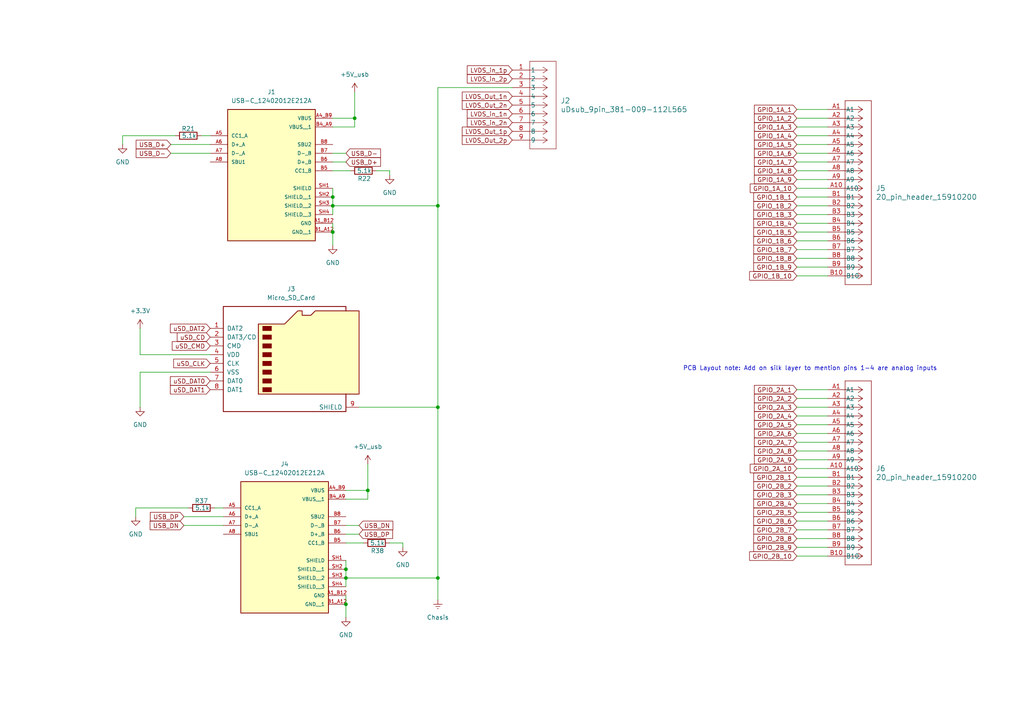
<source format=kicad_sch>
(kicad_sch (version 20231120) (generator "eeschema") (generator_version "8.0")
  (paper "A4")
  (lib_symbols
    (symbol "Connector:Micro_SD_Card" (pin_names (offset 1.016))
      (property "Reference" "J" (at -16.51 15.24 0))
      (property "Value" "Micro_SD_Card" (at 16.51 15.24 0))
      (symbol "Micro_SD_Card_0_1"
        (rectangle (start -7.62 -9.525) (end -5.08 -10.795) (fill (type outline)))
        (rectangle (start -7.62 -6.985) (end -5.08 -8.255) (fill (type outline)))
        (rectangle (start -7.62 -4.445) (end -5.08 -5.715) (fill (type outline)))
        (rectangle (start -7.62 -1.905) (end -5.08 -3.175) (fill (type outline)))
        (rectangle (start -7.62 0.635) (end -5.08 -0.635) (fill (type outline)))
        (rectangle (start -7.62 3.175) (end -5.08 1.905) (fill (type outline)))
        (rectangle (start -7.62 5.715) (end -5.08 4.445) (fill (type outline)))
        (rectangle (start -7.62 8.255) (end -5.08 6.985) (fill (type outline)))
        (polyline (pts (xy 16.51 12.7) (xy 16.51 13.97) (xy -19.05 13.97) (xy -19.05 -16.51) (xy 16.51 -16.51) (xy 16.51 -11.43)) (stroke (width 0.254)))
        (polyline (pts (xy -8.89 -11.43) (xy -8.89 8.89) (xy -1.27 8.89) (xy 2.54 12.7) (xy 3.81 12.7) (xy 3.81 11.43) (xy 6.35 11.43) (xy 7.62 12.7) (xy 20.32 12.7) (xy 20.32 -11.43) (xy -8.89 -11.43)) (stroke (width 0.254)) (fill (type background)))
      )
      (symbol "Micro_SD_Card_1_1"
        (pin bidirectional line (at -22.86 7.62 0) (length 3.81) (name "DAT2") (number "1"))
        (pin bidirectional line (at -22.86 5.08 0) (length 3.81) (name "DAT3/CD") (number "2"))
        (pin input line (at -22.86 2.54 0) (length 3.81) (name "CMD") (number "3"))
        (pin power_in line (at -22.86 0 0) (length 3.81) (name "VDD") (number "4"))
        (pin input line (at -22.86 -2.54 0) (length 3.81) (name "CLK") (number "5"))
        (pin power_in line (at -22.86 -5.08 0) (length 3.81) (name "VSS") (number "6"))
        (pin bidirectional line (at -22.86 -7.62 0) (length 3.81) (name "DAT0") (number "7"))
        (pin bidirectional line (at -22.86 -10.16 0) (length 3.81) (name "DAT1") (number "8"))
        (pin passive line (at 20.32 -15.24 180) (length 3.81) (name "SHIELD") (number "9"))
      )
    )
    (symbol "Device:R" (pin_numbers hide) (pin_names (offset 0))
      (property "Reference" "R" (at 2.032 0 90))
      (property "Value" "R" (at 0 0 90))
      (symbol "R_0_1"
        (rectangle (start -1.016 -2.54) (end 1.016 2.54) (stroke (width 0.254)))
      )
      (symbol "R_1_1"
        (pin passive line (at 0 3.81 270) (length 1.27) (name "~") (number "1"))
        (pin passive line (at 0 -3.81 90) (length 1.27) (name "~") (number "2"))
      )
    )
    (symbol "Symbol_Library:20_pin_header_15910200" (pin_names (offset 0.254))
      (property "Reference" "J" (at 8.89 6.35 0))
      (property "Value" "20_pin_header_15910200" (at 1.27 6.858 0))
      (symbol "20_pin_header_15910200_1_1"
        (polyline (pts (xy 5.08 -50.8) (xy 12.7 -50.8)))
        (polyline (pts (xy 5.08 2.54) (xy 5.08 -50.8)))
        (polyline (pts (xy 10.16 -48.26) (xy 5.08 -48.26)))
        (polyline (pts (xy 10.16 -48.26) (xy 8.89 -49.1067)))
        (polyline (pts (xy 10.16 -48.26) (xy 8.89 -47.4133)))
        (polyline (pts (xy 10.16 -45.72) (xy 5.08 -45.72)))
        (polyline (pts (xy 10.16 -45.72) (xy 8.89 -46.5667)))
        (polyline (pts (xy 10.16 -45.72) (xy 8.89 -44.8733)))
        (polyline (pts (xy 10.16 -43.18) (xy 5.08 -43.18)))
        (polyline (pts (xy 10.16 -43.18) (xy 8.89 -44.0267)))
        (polyline (pts (xy 10.16 -43.18) (xy 8.89 -42.3333)))
        (polyline (pts (xy 10.16 -40.64) (xy 5.08 -40.64)))
        (polyline (pts (xy 10.16 -40.64) (xy 8.89 -41.4867)))
        (polyline (pts (xy 10.16 -40.64) (xy 8.89 -39.7933)))
        (polyline (pts (xy 10.16 -38.1) (xy 5.08 -38.1)))
        (polyline (pts (xy 10.16 -38.1) (xy 8.89 -38.9467)))
        (polyline (pts (xy 10.16 -38.1) (xy 8.89 -37.2533)))
        (polyline (pts (xy 10.16 -35.56) (xy 5.08 -35.56)))
        (polyline (pts (xy 10.16 -35.56) (xy 8.89 -36.4067)))
        (polyline (pts (xy 10.16 -35.56) (xy 8.89 -34.7133)))
        (polyline (pts (xy 10.16 -33.02) (xy 5.08 -33.02)))
        (polyline (pts (xy 10.16 -33.02) (xy 8.89 -33.8667)))
        (polyline (pts (xy 10.16 -33.02) (xy 8.89 -32.1733)))
        (polyline (pts (xy 10.16 -30.48) (xy 5.08 -30.48)))
        (polyline (pts (xy 10.16 -30.48) (xy 8.89 -31.3267)))
        (polyline (pts (xy 10.16 -30.48) (xy 8.89 -29.6333)))
        (polyline (pts (xy 10.16 -27.94) (xy 5.08 -27.94)))
        (polyline (pts (xy 10.16 -27.94) (xy 8.89 -28.7867)))
        (polyline (pts (xy 10.16 -27.94) (xy 8.89 -27.0933)))
        (polyline (pts (xy 10.16 -25.4) (xy 5.08 -25.4)))
        (polyline (pts (xy 10.16 -25.4) (xy 8.89 -26.2467)))
        (polyline (pts (xy 10.16 -25.4) (xy 8.89 -24.5533)))
        (polyline (pts (xy 10.16 -22.86) (xy 5.08 -22.86)))
        (polyline (pts (xy 10.16 -22.86) (xy 8.89 -23.7067)))
        (polyline (pts (xy 10.16 -22.86) (xy 8.89 -22.0133)))
        (polyline (pts (xy 10.16 -20.32) (xy 5.08 -20.32)))
        (polyline (pts (xy 10.16 -20.32) (xy 8.89 -21.1667)))
        (polyline (pts (xy 10.16 -20.32) (xy 8.89 -19.4733)))
        (polyline (pts (xy 10.16 -17.78) (xy 5.08 -17.78)))
        (polyline (pts (xy 10.16 -17.78) (xy 8.89 -18.6267)))
        (polyline (pts (xy 10.16 -17.78) (xy 8.89 -16.9333)))
        (polyline (pts (xy 10.16 -15.24) (xy 5.08 -15.24)))
        (polyline (pts (xy 10.16 -15.24) (xy 8.89 -16.0867)))
        (polyline (pts (xy 10.16 -15.24) (xy 8.89 -14.3933)))
        (polyline (pts (xy 10.16 -12.7) (xy 5.08 -12.7)))
        (polyline (pts (xy 10.16 -12.7) (xy 8.89 -13.5467)))
        (polyline (pts (xy 10.16 -12.7) (xy 8.89 -11.8533)))
        (polyline (pts (xy 10.16 -10.16) (xy 5.08 -10.16)))
        (polyline (pts (xy 10.16 -10.16) (xy 8.89 -11.0067)))
        (polyline (pts (xy 10.16 -10.16) (xy 8.89 -9.3133)))
        (polyline (pts (xy 10.16 -7.62) (xy 5.08 -7.62)))
        (polyline (pts (xy 10.16 -7.62) (xy 8.89 -8.4667)))
        (polyline (pts (xy 10.16 -7.62) (xy 8.89 -6.7733)))
        (polyline (pts (xy 10.16 -5.08) (xy 5.08 -5.08)))
        (polyline (pts (xy 10.16 -5.08) (xy 8.89 -5.9267)))
        (polyline (pts (xy 10.16 -5.08) (xy 8.89 -4.2333)))
        (polyline (pts (xy 10.16 -2.54) (xy 5.08 -2.54)))
        (polyline (pts (xy 10.16 -2.54) (xy 8.89 -3.3867)))
        (polyline (pts (xy 10.16 -2.54) (xy 8.89 -1.6933)))
        (polyline (pts (xy 10.16 0) (xy 5.08 0)))
        (polyline (pts (xy 10.16 0) (xy 8.89 -0.8467)))
        (polyline (pts (xy 10.16 0) (xy 8.89 0.8467)))
        (polyline (pts (xy 12.7 -50.8) (xy 12.7 2.54)))
        (polyline (pts (xy 12.7 2.54) (xy 5.08 2.54)))
        (pin unspecified line (at 0 0 0) (length 5.08) (name "A1") (number "A1"))
        (pin unspecified line (at 0 -22.86 0) (length 5.08) (name "A10") (number "A10"))
        (pin unspecified line (at 0 -2.54 0) (length 5.08) (name "A2") (number "A2"))
        (pin unspecified line (at 0 -5.08 0) (length 5.08) (name "A3") (number "A3"))
        (pin unspecified line (at 0 -7.62 0) (length 5.08) (name "A4") (number "A4"))
        (pin unspecified line (at 0 -10.16 0) (length 5.08) (name "A5") (number "A5"))
        (pin unspecified line (at 0 -12.7 0) (length 5.08) (name "A6") (number "A6"))
        (pin unspecified line (at 0 -15.24 0) (length 5.08) (name "A7") (number "A7"))
        (pin unspecified line (at 0 -17.78 0) (length 5.08) (name "A8") (number "A8"))
        (pin unspecified line (at 0 -20.32 0) (length 5.08) (name "A9") (number "A9"))
        (pin unspecified line (at 0 -25.4 0) (length 5.08) (name "B1") (number "B1"))
        (pin unspecified line (at 0 -48.26 0) (length 5.08) (name "B10") (number "B10"))
        (pin unspecified line (at 0 -27.94 0) (length 5.08) (name "B2") (number "B2"))
        (pin unspecified line (at 0 -30.48 0) (length 5.08) (name "B3") (number "B3"))
        (pin unspecified line (at 0 -33.02 0) (length 5.08) (name "B4") (number "B4"))
        (pin unspecified line (at 0 -35.56 0) (length 5.08) (name "B5") (number "B5"))
        (pin unspecified line (at 0 -38.1 0) (length 5.08) (name "B6") (number "B6"))
        (pin unspecified line (at 0 -40.64 0) (length 5.08) (name "B7") (number "B7"))
        (pin unspecified line (at 0 -43.18 0) (length 5.08) (name "B8") (number "B8"))
        (pin unspecified line (at 0 -45.72 0) (length 5.08) (name "B9") (number "B9"))
      )
      (symbol "20_pin_header_15910200_1_2"
        (polyline (pts (xy 5.08 -50.8) (xy 12.7 -50.8)))
        (polyline (pts (xy 5.08 2.54) (xy 5.08 -50.8)))
        (polyline (pts (xy 7.62 -48.26) (xy 5.08 -48.26)))
        (polyline (pts (xy 7.62 -48.26) (xy 8.89 -49.1067)))
        (polyline (pts (xy 7.62 -48.26) (xy 8.89 -47.4133)))
        (polyline (pts (xy 7.62 -45.72) (xy 5.08 -45.72)))
        (polyline (pts (xy 7.62 -45.72) (xy 8.89 -46.5667)))
        (polyline (pts (xy 7.62 -45.72) (xy 8.89 -44.8733)))
        (polyline (pts (xy 7.62 -43.18) (xy 5.08 -43.18)))
        (polyline (pts (xy 7.62 -43.18) (xy 8.89 -44.0267)))
        (polyline (pts (xy 7.62 -43.18) (xy 8.89 -42.3333)))
        (polyline (pts (xy 7.62 -40.64) (xy 5.08 -40.64)))
        (polyline (pts (xy 7.62 -40.64) (xy 8.89 -41.4867)))
        (polyline (pts (xy 7.62 -40.64) (xy 8.89 -39.7933)))
        (polyline (pts (xy 7.62 -38.1) (xy 5.08 -38.1)))
        (polyline (pts (xy 7.62 -38.1) (xy 8.89 -38.9467)))
        (polyline (pts (xy 7.62 -38.1) (xy 8.89 -37.2533)))
        (polyline (pts (xy 7.62 -35.56) (xy 5.08 -35.56)))
        (polyline (pts (xy 7.62 -35.56) (xy 8.89 -36.4067)))
        (polyline (pts (xy 7.62 -35.56) (xy 8.89 -34.7133)))
        (polyline (pts (xy 7.62 -33.02) (xy 5.08 -33.02)))
        (polyline (pts (xy 7.62 -33.02) (xy 8.89 -33.8667)))
        (polyline (pts (xy 7.62 -33.02) (xy 8.89 -32.1733)))
        (polyline (pts (xy 7.62 -30.48) (xy 5.08 -30.48)))
        (polyline (pts (xy 7.62 -30.48) (xy 8.89 -31.3267)))
        (polyline (pts (xy 7.62 -30.48) (xy 8.89 -29.6333)))
        (polyline (pts (xy 7.62 -27.94) (xy 5.08 -27.94)))
        (polyline (pts (xy 7.62 -27.94) (xy 8.89 -28.7867)))
        (polyline (pts (xy 7.62 -27.94) (xy 8.89 -27.0933)))
        (polyline (pts (xy 7.62 -25.4) (xy 5.08 -25.4)))
        (polyline (pts (xy 7.62 -25.4) (xy 8.89 -26.2467)))
        (polyline (pts (xy 7.62 -25.4) (xy 8.89 -24.5533)))
        (polyline (pts (xy 7.62 -22.86) (xy 5.08 -22.86)))
        (polyline (pts (xy 7.62 -22.86) (xy 8.89 -23.7067)))
        (polyline (pts (xy 7.62 -22.86) (xy 8.89 -22.0133)))
        (polyline (pts (xy 7.62 -20.32) (xy 5.08 -20.32)))
        (polyline (pts (xy 7.62 -20.32) (xy 8.89 -21.1667)))
        (polyline (pts (xy 7.62 -20.32) (xy 8.89 -19.4733)))
        (polyline (pts (xy 7.62 -17.78) (xy 5.08 -17.78)))
        (polyline (pts (xy 7.62 -17.78) (xy 8.89 -18.6267)))
        (polyline (pts (xy 7.62 -17.78) (xy 8.89 -16.9333)))
        (polyline (pts (xy 7.62 -15.24) (xy 5.08 -15.24)))
        (polyline (pts (xy 7.62 -15.24) (xy 8.89 -16.0867)))
        (polyline (pts (xy 7.62 -15.24) (xy 8.89 -14.3933)))
        (polyline (pts (xy 7.62 -12.7) (xy 5.08 -12.7)))
        (polyline (pts (xy 7.62 -12.7) (xy 8.89 -13.5467)))
        (polyline (pts (xy 7.62 -12.7) (xy 8.89 -11.8533)))
        (polyline (pts (xy 7.62 -10.16) (xy 5.08 -10.16)))
        (polyline (pts (xy 7.62 -10.16) (xy 8.89 -11.0067)))
        (polyline (pts (xy 7.62 -10.16) (xy 8.89 -9.3133)))
        (polyline (pts (xy 7.62 -7.62) (xy 5.08 -7.62)))
        (polyline (pts (xy 7.62 -7.62) (xy 8.89 -8.4667)))
        (polyline (pts (xy 7.62 -7.62) (xy 8.89 -6.7733)))
        (polyline (pts (xy 7.62 -5.08) (xy 5.08 -5.08)))
        (polyline (pts (xy 7.62 -5.08) (xy 8.89 -5.9267)))
        (polyline (pts (xy 7.62 -5.08) (xy 8.89 -4.2333)))
        (polyline (pts (xy 7.62 -2.54) (xy 5.08 -2.54)))
        (polyline (pts (xy 7.62 -2.54) (xy 8.89 -3.3867)))
        (polyline (pts (xy 7.62 -2.54) (xy 8.89 -1.6933)))
        (polyline (pts (xy 7.62 0) (xy 5.08 0)))
        (polyline (pts (xy 7.62 0) (xy 8.89 -0.8467)))
        (polyline (pts (xy 7.62 0) (xy 8.89 0.8467)))
        (polyline (pts (xy 12.7 -50.8) (xy 12.7 2.54)))
        (polyline (pts (xy 12.7 2.54) (xy 5.08 2.54)))
        (pin unspecified line (at 0 0 0) (length 5.08) (name "A1") (number "A1"))
        (pin unspecified line (at 0 -22.86 0) (length 5.08) (name "A10") (number "A10"))
        (pin unspecified line (at 0 -2.54 0) (length 5.08) (name "A2") (number "A2"))
        (pin unspecified line (at 0 -5.08 0) (length 5.08) (name "A3") (number "A3"))
        (pin unspecified line (at 0 -7.62 0) (length 5.08) (name "A4") (number "A4"))
        (pin unspecified line (at 0 -10.16 0) (length 5.08) (name "A5") (number "A5"))
        (pin unspecified line (at 0 -12.7 0) (length 5.08) (name "A6") (number "A6"))
        (pin unspecified line (at 0 -15.24 0) (length 5.08) (name "A7") (number "A7"))
        (pin unspecified line (at 0 -17.78 0) (length 5.08) (name "A8") (number "A8"))
        (pin unspecified line (at 0 -20.32 0) (length 5.08) (name "A9") (number "A9"))
        (pin unspecified line (at 0 -25.4 0) (length 5.08) (name "B1") (number "B1"))
        (pin unspecified line (at 0 -48.26 0) (length 5.08) (name "B10") (number "B10"))
        (pin unspecified line (at 0 -27.94 0) (length 5.08) (name "B2") (number "B2"))
        (pin unspecified line (at 0 -30.48 0) (length 5.08) (name "B3") (number "B3"))
        (pin unspecified line (at 0 -33.02 0) (length 5.08) (name "B4") (number "B4"))
        (pin unspecified line (at 0 -35.56 0) (length 5.08) (name "B5") (number "B5"))
        (pin unspecified line (at 0 -38.1 0) (length 5.08) (name "B6") (number "B6"))
        (pin unspecified line (at 0 -40.64 0) (length 5.08) (name "B7") (number "B7"))
        (pin unspecified line (at 0 -43.18 0) (length 5.08) (name "B8") (number "B8"))
        (pin unspecified line (at 0 -45.72 0) (length 5.08) (name "B9") (number "B9"))
      )
    )
    (symbol "Symbol_Library:USB-C_12402012E212A" (pin_names (offset 1.016))
      (property "Reference" "J" (at -12.7 13.462 0))
      (property "Value" "USB-C_12402012E212A" (at -12.7 -26.162 0))
      (symbol "USB-C_12402012E212A_0_0"
        (rectangle (start -12.7 -25.4) (end 12.7 12.7) (stroke (width 0.254)) (fill (type background)))
        (pin power_in line (at 17.78 -20.32 180) (length 5.08) (name "GND") (number "A1_B12"))
        (pin power_in line (at 17.78 10.16 180) (length 5.08) (name "VBUS") (number "A4_B9"))
        (pin bidirectional line (at -17.78 5.08 0) (length 5.08) (name "CC1_A") (number "A5"))
        (pin bidirectional line (at -17.78 2.54 0) (length 5.08) (name "D+_A") (number "A6"))
        (pin bidirectional line (at -17.78 0 0) (length 5.08) (name "D-_A") (number "A7"))
        (pin bidirectional line (at -17.78 -2.54 0) (length 5.08) (name "SBU1") (number "A8"))
        (pin power_in line (at 17.78 -22.86 180) (length 5.08) (name "GND__1") (number "B1_A12"))
        (pin power_in line (at 17.78 7.62 180) (length 5.08) (name "VBUS__1") (number "B4_A9"))
        (pin bidirectional line (at 17.78 -5.08 180) (length 5.08) (name "CC1_B") (number "B5"))
        (pin bidirectional line (at 17.78 -2.54 180) (length 5.08) (name "D+_B") (number "B6"))
        (pin bidirectional line (at 17.78 0 180) (length 5.08) (name "D-_B") (number "B7"))
        (pin bidirectional line (at 17.78 2.54 180) (length 5.08) (name "SBU2") (number "B8"))
        (pin passive line (at 17.78 -10.16 180) (length 5.08) (name "SHIELD") (number "SH1"))
        (pin passive line (at 17.78 -12.7 180) (length 5.08) (name "SHIELD__1") (number "SH2"))
        (pin passive line (at 17.78 -15.24 180) (length 5.08) (name "SHIELD__2") (number "SH3"))
        (pin passive line (at 17.78 -17.78 180) (length 5.08) (name "SHIELD__3") (number "SH4"))
      )
    )
    (symbol "Symbol_Library:uDsub_9pin_381-009-112L565" (pin_names (offset 0.254))
      (property "Reference" "J" (at 8.89 6.35 0))
      (property "Value" "uDsub_9pin_381-009-112L565" (at 0.254 8.636 0))
      (symbol "uDsub_9pin_381-009-112L565_1_1"
        (polyline (pts (xy 5.08 -22.86) (xy 12.7 -22.86)) (stroke (width 0.127)))
        (polyline (pts (xy 5.08 2.54) (xy 5.08 -22.86)) (stroke (width 0.127)))
        (polyline (pts (xy 10.16 -20.32) (xy 5.08 -20.32)) (stroke (width 0.127)))
        (polyline (pts (xy 10.16 -20.32) (xy 8.89 -21.1667)) (stroke (width 0.127)))
        (polyline (pts (xy 10.16 -20.32) (xy 8.89 -19.4733)) (stroke (width 0.127)))
        (polyline (pts (xy 10.16 -17.78) (xy 5.08 -17.78)) (stroke (width 0.127)))
        (polyline (pts (xy 10.16 -17.78) (xy 8.89 -18.6267)) (stroke (width 0.127)))
        (polyline (pts (xy 10.16 -17.78) (xy 8.89 -16.9333)) (stroke (width 0.127)))
        (polyline (pts (xy 10.16 -15.24) (xy 5.08 -15.24)) (stroke (width 0.127)))
        (polyline (pts (xy 10.16 -15.24) (xy 8.89 -16.0867)) (stroke (width 0.127)))
        (polyline (pts (xy 10.16 -15.24) (xy 8.89 -14.3933)) (stroke (width 0.127)))
        (polyline (pts (xy 10.16 -12.7) (xy 5.08 -12.7)) (stroke (width 0.127)))
        (polyline (pts (xy 10.16 -12.7) (xy 8.89 -13.5467)) (stroke (width 0.127)))
        (polyline (pts (xy 10.16 -12.7) (xy 8.89 -11.8533)) (stroke (width 0.127)))
        (polyline (pts (xy 10.16 -10.16) (xy 5.08 -10.16)) (stroke (width 0.127)))
        (polyline (pts (xy 10.16 -10.16) (xy 8.89 -11.0067)) (stroke (width 0.127)))
        (polyline (pts (xy 10.16 -10.16) (xy 8.89 -9.3133)) (stroke (width 0.127)))
        (polyline (pts (xy 10.16 -7.62) (xy 5.08 -7.62)) (stroke (width 0.127)))
        (polyline (pts (xy 10.16 -7.62) (xy 8.89 -8.4667)) (stroke (width 0.127)))
        (polyline (pts (xy 10.16 -7.62) (xy 8.89 -6.7733)) (stroke (width 0.127)))
        (polyline (pts (xy 10.16 -5.08) (xy 5.08 -5.08)) (stroke (width 0.127)))
        (polyline (pts (xy 10.16 -5.08) (xy 8.89 -5.9267)) (stroke (width 0.127)))
        (polyline (pts (xy 10.16 -5.08) (xy 8.89 -4.2333)) (stroke (width 0.127)))
        (polyline (pts (xy 10.16 -2.54) (xy 5.08 -2.54)) (stroke (width 0.127)))
        (polyline (pts (xy 10.16 -2.54) (xy 8.89 -3.3867)) (stroke (width 0.127)))
        (polyline (pts (xy 10.16 -2.54) (xy 8.89 -1.6933)) (stroke (width 0.127)))
        (polyline (pts (xy 10.16 0) (xy 5.08 0)) (stroke (width 0.127)))
        (polyline (pts (xy 10.16 0) (xy 8.89 -0.8467)) (stroke (width 0.127)))
        (polyline (pts (xy 10.16 0) (xy 8.89 0.8467)) (stroke (width 0.127)))
        (polyline (pts (xy 12.7 -22.86) (xy 12.7 2.54)) (stroke (width 0.127)))
        (polyline (pts (xy 12.7 2.54) (xy 5.08 2.54)) (stroke (width 0.127)))
        (pin unspecified line (at 0 0 0) (length 5.08) (name "1") (number "1"))
        (pin unspecified line (at 0 -2.54 0) (length 5.08) (name "2") (number "2"))
        (pin unspecified line (at 0 -5.08 0) (length 5.08) (name "3") (number "3"))
        (pin unspecified line (at 0 -7.62 0) (length 5.08) (name "4") (number "4"))
        (pin unspecified line (at 0 -10.16 0) (length 5.08) (name "5") (number "5"))
        (pin unspecified line (at 0 -12.7 0) (length 5.08) (name "6") (number "6"))
        (pin unspecified line (at 0 -15.24 0) (length 5.08) (name "7") (number "7"))
        (pin unspecified line (at 0 -17.78 0) (length 5.08) (name "8") (number "8"))
        (pin unspecified line (at 0 -20.32 0) (length 5.08) (name "9") (number "9"))
      )
      (symbol "uDsub_9pin_381-009-112L565_1_2"
        (polyline (pts (xy 5.08 -22.86) (xy 12.7 -22.86)) (stroke (width 0.127)))
        (polyline (pts (xy 5.08 2.54) (xy 5.08 -22.86)) (stroke (width 0.127)))
        (polyline (pts (xy 7.62 -20.32) (xy 5.08 -20.32)) (stroke (width 0.127)))
        (polyline (pts (xy 7.62 -20.32) (xy 8.89 -21.1667)) (stroke (width 0.127)))
        (polyline (pts (xy 7.62 -20.32) (xy 8.89 -19.4733)) (stroke (width 0.127)))
        (polyline (pts (xy 7.62 -17.78) (xy 5.08 -17.78)) (stroke (width 0.127)))
        (polyline (pts (xy 7.62 -17.78) (xy 8.89 -18.6267)) (stroke (width 0.127)))
        (polyline (pts (xy 7.62 -17.78) (xy 8.89 -16.9333)) (stroke (width 0.127)))
        (polyline (pts (xy 7.62 -15.24) (xy 5.08 -15.24)) (stroke (width 0.127)))
        (polyline (pts (xy 7.62 -15.24) (xy 8.89 -16.0867)) (stroke (width 0.127)))
        (polyline (pts (xy 7.62 -15.24) (xy 8.89 -14.3933)) (stroke (width 0.127)))
        (polyline (pts (xy 7.62 -12.7) (xy 5.08 -12.7)) (stroke (width 0.127)))
        (polyline (pts (xy 7.62 -12.7) (xy 8.89 -13.5467)) (stroke (width 0.127)))
        (polyline (pts (xy 7.62 -12.7) (xy 8.89 -11.8533)) (stroke (width 0.127)))
        (polyline (pts (xy 7.62 -10.16) (xy 5.08 -10.16)) (stroke (width 0.127)))
        (polyline (pts (xy 7.62 -10.16) (xy 8.89 -11.0067)) (stroke (width 0.127)))
        (polyline (pts (xy 7.62 -10.16) (xy 8.89 -9.3133)) (stroke (width 0.127)))
        (polyline (pts (xy 7.62 -7.62) (xy 5.08 -7.62)) (stroke (width 0.127)))
        (polyline (pts (xy 7.62 -7.62) (xy 8.89 -8.4667)) (stroke (width 0.127)))
        (polyline (pts (xy 7.62 -7.62) (xy 8.89 -6.7733)) (stroke (width 0.127)))
        (polyline (pts (xy 7.62 -5.08) (xy 5.08 -5.08)) (stroke (width 0.127)))
        (polyline (pts (xy 7.62 -5.08) (xy 8.89 -5.9267)) (stroke (width 0.127)))
        (polyline (pts (xy 7.62 -5.08) (xy 8.89 -4.2333)) (stroke (width 0.127)))
        (polyline (pts (xy 7.62 -2.54) (xy 5.08 -2.54)) (stroke (width 0.127)))
        (polyline (pts (xy 7.62 -2.54) (xy 8.89 -3.3867)) (stroke (width 0.127)))
        (polyline (pts (xy 7.62 -2.54) (xy 8.89 -1.6933)) (stroke (width 0.127)))
        (polyline (pts (xy 7.62 0) (xy 5.08 0)) (stroke (width 0.127)))
        (polyline (pts (xy 7.62 0) (xy 8.89 -0.8467)) (stroke (width 0.127)))
        (polyline (pts (xy 7.62 0) (xy 8.89 0.8467)) (stroke (width 0.127)))
        (polyline (pts (xy 12.7 -22.86) (xy 12.7 2.54)) (stroke (width 0.127)))
        (polyline (pts (xy 12.7 2.54) (xy 5.08 2.54)) (stroke (width 0.127)))
        (pin unspecified line (at 0 0 0) (length 5.08) (name "1") (number "1"))
        (pin unspecified line (at 0 -2.54 0) (length 5.08) (name "2") (number "2"))
        (pin unspecified line (at 0 -5.08 0) (length 5.08) (name "3") (number "3"))
        (pin unspecified line (at 0 -7.62 0) (length 5.08) (name "4") (number "4"))
        (pin unspecified line (at 0 -10.16 0) (length 5.08) (name "5") (number "5"))
        (pin unspecified line (at 0 -12.7 0) (length 5.08) (name "6") (number "6"))
        (pin unspecified line (at 0 -15.24 0) (length 5.08) (name "7") (number "7"))
        (pin unspecified line (at 0 -17.78 0) (length 5.08) (name "8") (number "8"))
        (pin unspecified line (at 0 -20.32 0) (length 5.08) (name "9") (number "9"))
      )
    )
    (symbol "power:+3.3V" (power) (pin_numbers hide) (pin_names (offset 0) hide)
      (property "Value" "+3.3V" (at 0 3.556 0))
      (symbol "+3.3V_0_1"
        (polyline (pts (xy -0.762 1.27) (xy 0 2.54)))
        (polyline (pts (xy 0 0) (xy 0 2.54)))
        (polyline (pts (xy 0 2.54) (xy 0.762 1.27)))
      )
      (symbol "+3.3V_1_1"
        (pin power_in line (at 0 0 90) (length 0) (name "~") (number "1"))
      )
    )
    (symbol "power:+5V" (power) (pin_numbers hide) (pin_names (offset 0) hide)
      (property "Value" "+5V" (at 0 3.556 0))
      (symbol "+5V_0_1"
        (polyline (pts (xy -0.762 1.27) (xy 0 2.54)))
        (polyline (pts (xy 0 0) (xy 0 2.54)))
        (polyline (pts (xy 0 2.54) (xy 0.762 1.27)))
      )
      (symbol "+5V_1_1"
        (pin power_in line (at 0 0 90) (length 0) (name "~") (number "1"))
      )
    )
    (symbol "power:Earth" (power) (pin_numbers hide) (pin_names (offset 0) hide)
      (property "Value" "Earth" (at 0 -3.81 0))
      (symbol "Earth_0_1"
        (polyline (pts (xy -0.635 -1.905) (xy 0.635 -1.905)))
        (polyline (pts (xy -0.127 -2.54) (xy 0.127 -2.54)))
        (polyline (pts (xy 0 -1.27) (xy 0 0)))
        (polyline (pts (xy 1.27 -1.27) (xy -1.27 -1.27)))
      )
      (symbol "Earth_1_1"
        (pin power_in line (at 0 0 270) (length 0) (name "~") (number "1"))
      )
    )
    (symbol "power:GND" (power) (pin_numbers hide) (pin_names (offset 0) hide)
      (property "Value" "GND" (at 0 -3.81 0))
      (symbol "GND_0_1"
        (polyline (pts (xy 0 0) (xy 0 -1.27) (xy 1.27 -1.27) (xy 0 -2.54) (xy -1.27 -1.27) (xy 0 -1.27)))
      )
      (symbol "GND_1_1"
        (pin power_in line (at 0 0 270) (length 0) (name "~") (number "1"))
      )
    )
  )
  (junction (at 96.52 67.31))
  (junction (at 102.87 34.29))
  (junction (at 127 167.64))
  (junction (at 96.52 59.69))
  (junction (at 106.68 142.24))
  (junction (at 100.33 165.1))
  (junction (at 100.33 167.64))
  (junction (at 96.52 57.15))
  (junction (at 127 59.69))
  (junction (at 127 118.11))
  (junction (at 100.33 175.26))
  (wire (pts (xy 231.14 115.57) (xy 240.03 115.57)))
  (wire (pts (xy 100.33 167.64) (xy 100.33 170.18)))
  (wire (pts (xy 231.14 133.35) (xy 240.03 133.35)))
  (wire (pts (xy 127 25.4) (xy 148.59 25.4)))
  (wire (pts (xy 231.14 67.31) (xy 240.03 67.31)))
  (wire (pts (xy 231.14 80.01) (xy 240.03 80.01)))
  (wire (pts (xy 40.64 107.95) (xy 40.64 118.11)))
  (wire (pts (xy 96.52 46.99) (xy 100.33 46.99)))
  (wire (pts (xy 100.33 172.72) (xy 100.33 175.26)))
  (wire (pts (xy 100.33 162.56) (xy 100.33 165.1)))
  (wire (pts (xy 231.14 74.93) (xy 240.03 74.93)))
  (wire (pts (xy 231.14 161.29) (xy 240.03 161.29)))
  (wire (pts (xy 231.14 151.13) (xy 240.03 151.13)))
  (wire (pts (xy 231.14 140.97) (xy 240.03 140.97)))
  (wire (pts (xy 39.37 147.32) (xy 39.37 149.86)))
  (wire (pts (xy 231.14 156.21) (xy 240.03 156.21)))
  (wire (pts (xy 231.14 148.59) (xy 240.03 148.59)))
  (wire (pts (xy 102.87 34.29) (xy 96.52 34.29)))
  (wire (pts (xy 231.14 57.15) (xy 240.03 57.15)))
  (wire (pts (xy 231.14 118.11) (xy 240.03 118.11)))
  (wire (pts (xy 54.61 147.32) (xy 39.37 147.32)))
  (wire (pts (xy 127 167.64) (xy 127 173.99)))
  (wire (pts (xy 96.52 64.77) (xy 96.52 67.31)))
  (wire (pts (xy 113.03 50.8) (xy 113.03 49.53)))
  (wire (pts (xy 104.14 118.11) (xy 127 118.11)))
  (wire (pts (xy 35.56 39.37) (xy 35.56 41.91)))
  (wire (pts (xy 231.14 113.03) (xy 240.03 113.03)))
  (wire (pts (xy 231.14 123.19) (xy 240.03 123.19)))
  (wire (pts (xy 105.41 157.48) (xy 100.33 157.48)))
  (wire (pts (xy 96.52 44.45) (xy 100.33 44.45)))
  (wire (pts (xy 127 167.64) (xy 127 118.11)))
  (wire (pts (xy 231.14 138.43) (xy 240.03 138.43)))
  (wire (pts (xy 231.14 36.83) (xy 240.03 36.83)))
  (wire (pts (xy 231.14 54.61) (xy 240.03 54.61)))
  (wire (pts (xy 231.14 31.75) (xy 240.03 31.75)))
  (wire (pts (xy 106.68 144.78) (xy 100.33 144.78)))
  (wire (pts (xy 60.96 107.95) (xy 40.64 107.95)))
  (wire (pts (xy 127 25.4) (xy 127 59.69)))
  (wire (pts (xy 231.14 128.27) (xy 240.03 128.27)))
  (wire (pts (xy 58.42 39.37) (xy 60.96 39.37)))
  (wire (pts (xy 49.53 41.91) (xy 60.96 41.91)))
  (wire (pts (xy 50.8 39.37) (xy 35.56 39.37)))
  (wire (pts (xy 53.34 149.86) (xy 64.77 149.86)))
  (wire (pts (xy 102.87 36.83) (xy 96.52 36.83)))
  (wire (pts (xy 231.14 153.67) (xy 240.03 153.67)))
  (wire (pts (xy 231.14 34.29) (xy 240.03 34.29)))
  (wire (pts (xy 231.14 39.37) (xy 240.03 39.37)))
  (wire (pts (xy 49.53 44.45) (xy 60.96 44.45)))
  (wire (pts (xy 40.64 95.25) (xy 40.64 102.87)))
  (wire (pts (xy 127 59.69) (xy 127 118.11)))
  (wire (pts (xy 106.68 142.24) (xy 106.68 144.78)))
  (wire (pts (xy 102.87 26.67) (xy 102.87 34.29)))
  (wire (pts (xy 231.14 146.05) (xy 240.03 146.05)))
  (wire (pts (xy 231.14 46.99) (xy 240.03 46.99)))
  (wire (pts (xy 231.14 44.45) (xy 240.03 44.45)))
  (wire (pts (xy 231.14 41.91) (xy 240.03 41.91)))
  (wire (pts (xy 113.03 49.53) (xy 109.22 49.53)))
  (wire (pts (xy 100.33 165.1) (xy 100.33 167.64)))
  (wire (pts (xy 231.14 69.85) (xy 240.03 69.85)))
  (wire (pts (xy 96.52 57.15) (xy 96.52 59.69)))
  (wire (pts (xy 231.14 120.65) (xy 240.03 120.65)))
  (wire (pts (xy 231.14 59.69) (xy 240.03 59.69)))
  (wire (pts (xy 96.52 67.31) (xy 96.52 71.12)))
  (wire (pts (xy 116.84 157.48) (xy 113.03 157.48)))
  (wire (pts (xy 100.33 167.64) (xy 127 167.64)))
  (wire (pts (xy 116.84 158.75) (xy 116.84 157.48)))
  (wire (pts (xy 106.68 142.24) (xy 100.33 142.24)))
  (wire (pts (xy 100.33 154.94) (xy 104.14 154.94)))
  (wire (pts (xy 40.64 102.87) (xy 60.96 102.87)))
  (wire (pts (xy 127 59.69) (xy 96.52 59.69)))
  (wire (pts (xy 231.14 77.47) (xy 240.03 77.47)))
  (wire (pts (xy 231.14 143.51) (xy 240.03 143.51)))
  (wire (pts (xy 231.14 52.07) (xy 240.03 52.07)))
  (wire (pts (xy 231.14 72.39) (xy 240.03 72.39)))
  (wire (pts (xy 106.68 134.62) (xy 106.68 142.24)))
  (wire (pts (xy 100.33 152.4) (xy 104.14 152.4)))
  (wire (pts (xy 231.14 64.77) (xy 240.03 64.77)))
  (wire (pts (xy 231.14 130.81) (xy 240.03 130.81)))
  (wire (pts (xy 231.14 158.75) (xy 240.03 158.75)))
  (wire (pts (xy 231.14 62.23) (xy 240.03 62.23)))
  (wire (pts (xy 96.52 54.61) (xy 96.52 57.15)))
  (wire (pts (xy 231.14 49.53) (xy 240.03 49.53)))
  (wire (pts (xy 62.23 147.32) (xy 64.77 147.32)))
  (wire (pts (xy 100.33 175.26) (xy 100.33 179.07)))
  (wire (pts (xy 231.14 135.89) (xy 240.03 135.89)))
  (wire (pts (xy 102.87 34.29) (xy 102.87 36.83)))
  (wire (pts (xy 96.52 59.69) (xy 96.52 62.23)))
  (wire (pts (xy 231.14 125.73) (xy 240.03 125.73)))
  (wire (pts (xy 101.6 49.53) (xy 96.52 49.53)))
  (wire (pts (xy 53.34 152.4) (xy 64.77 152.4)))
  (text "PCB Layout note: Add on silk layer to mention pins 1-4 are analog inputs" (at 234.95 106.934 0) (effects (font (size 1.27 1.27))))
  (global_label "GPIO_2A_7" (shape input) (at 231.14 128.27 180) (property "Intersheetrefs" "${INTERSHEET_REFS}" (at 218.2367 128.27 0) (effects (justify right))))
  (global_label "USB_D-" (shape input) (at 100.33 44.45 0) (property "Intersheetrefs" "${INTERSHEET_REFS}" (at 110.9352 44.45 0) (effects (justify left))))
  (global_label "uSD_DAT1" (shape input) (at 60.96 113.03 180) (property "Intersheetrefs" "${INTERSHEET_REFS}" (at 48.843 113.03 0) (effects (justify right))))
  (global_label "GPIO_2A_6" (shape input) (at 231.14 125.73 180) (property "Intersheetrefs" "${INTERSHEET_REFS}" (at 218.2367 125.73 0) (effects (justify right))))
  (global_label "GPIO_1B_5" (shape input) (at 231.14 67.31 180) (property "Intersheetrefs" "${INTERSHEET_REFS}" (at 218.0553 67.31 0) (effects (justify right))))
  (global_label "GPIO_2A_2" (shape input) (at 231.14 115.57 180) (property "Intersheetrefs" "${INTERSHEET_REFS}" (at 218.2367 115.57 0) (effects (justify right))))
  (global_label "GPIO_2A_9" (shape input) (at 231.14 133.35 180) (property "Intersheetrefs" "${INTERSHEET_REFS}" (at 218.2367 133.35 0) (effects (justify right))))
  (global_label "LVDS_in_2n" (shape input) (at 148.59 35.56 180) (property "Intersheetrefs" "${INTERSHEET_REFS}" (at 134.9611 35.56 0) (effects (justify right))))
  (global_label "GPIO_2A_3" (shape input) (at 231.14 118.11 180) (property "Intersheetrefs" "${INTERSHEET_REFS}" (at 218.2367 118.11 0) (effects (justify right))))
  (global_label "GPIO_2B_4" (shape input) (at 231.14 146.05 180) (property "Intersheetrefs" "${INTERSHEET_REFS}" (at 218.0553 146.05 0) (effects (justify right))))
  (global_label "USB_D+" (shape input) (at 100.33 46.99 0) (property "Intersheetrefs" "${INTERSHEET_REFS}" (at 110.9352 46.99 0) (effects (justify left))))
  (global_label "uSD_DAT0" (shape input) (at 60.96 110.49 180) (property "Intersheetrefs" "${INTERSHEET_REFS}" (at 48.843 110.49 0) (effects (justify right))))
  (global_label "GPIO_2B_7" (shape input) (at 231.14 153.67 180) (property "Intersheetrefs" "${INTERSHEET_REFS}" (at 218.0553 153.67 0) (effects (justify right))))
  (global_label "uSD_CMD" (shape input) (at 60.96 100.33 180) (property "Intersheetrefs" "${INTERSHEET_REFS}" (at 49.3873 100.33 0) (effects (justify right))))
  (global_label "GPIO_2A_1" (shape input) (at 231.14 113.03 180) (property "Intersheetrefs" "${INTERSHEET_REFS}" (at 218.2367 113.03 0) (effects (justify right))))
  (global_label "GPIO_1A_8" (shape input) (at 231.14 49.53 180) (property "Intersheetrefs" "${INTERSHEET_REFS}" (at 218.2367 49.53 0) (effects (justify right))))
  (global_label "LVDS_Out_2p" (shape input) (at 148.59 40.64 180) (property "Intersheetrefs" "${INTERSHEET_REFS}" (at 133.5097 40.64 0) (effects (justify right))))
  (global_label "GPIO_2A_10" (shape input) (at 231.14 135.89 180) (property "Intersheetrefs" "${INTERSHEET_REFS}" (at 217.0272 135.89 0) (effects (justify right))))
  (global_label "uSD_DAT2" (shape input) (at 60.96 95.25 180) (property "Intersheetrefs" "${INTERSHEET_REFS}" (at 48.843 95.25 0) (effects (justify right))))
  (global_label "USB_DP" (shape input) (at 53.34 149.86 180) (property "Intersheetrefs" "${INTERSHEET_REFS}" (at 43.0372 149.86 0) (effects (justify right))))
  (global_label "GPIO_2B_3" (shape input) (at 231.14 143.51 180) (property "Intersheetrefs" "${INTERSHEET_REFS}" (at 218.0553 143.51 0) (effects (justify right))))
  (global_label "GPIO_1B_8" (shape input) (at 231.14 74.93 180) (property "Intersheetrefs" "${INTERSHEET_REFS}" (at 218.0553 74.93 0) (effects (justify right))))
  (global_label "GPIO_1A_10" (shape input) (at 231.14 54.61 180) (property "Intersheetrefs" "${INTERSHEET_REFS}" (at 217.0272 54.61 0) (effects (justify right))))
  (global_label "GPIO_1A_1" (shape input) (at 231.14 31.75 180) (property "Intersheetrefs" "${INTERSHEET_REFS}" (at 218.2367 31.75 0) (effects (justify right))))
  (global_label "GPIO_1B_9" (shape input) (at 231.14 77.47 180) (property "Intersheetrefs" "${INTERSHEET_REFS}" (at 218.0553 77.47 0) (effects (justify right))))
  (global_label "LVDS_in_2p" (shape input) (at 148.59 22.86 180) (property "Intersheetrefs" "${INTERSHEET_REFS}" (at 134.9611 22.86 0) (effects (justify right))))
  (global_label "GPIO_2B_2" (shape input) (at 231.14 140.97 180) (property "Intersheetrefs" "${INTERSHEET_REFS}" (at 218.0553 140.97 0) (effects (justify right))))
  (global_label "GPIO_1B_6" (shape input) (at 231.14 69.85 180) (property "Intersheetrefs" "${INTERSHEET_REFS}" (at 218.0553 69.85 0) (effects (justify right))))
  (global_label "GPIO_2B_9" (shape input) (at 231.14 158.75 180) (property "Intersheetrefs" "${INTERSHEET_REFS}" (at 218.0553 158.75 0) (effects (justify right))))
  (global_label "USB_D-" (shape input) (at 49.53 44.45 180) (property "Intersheetrefs" "${INTERSHEET_REFS}" (at 38.9248 44.45 0) (effects (justify right))))
  (global_label "GPIO_1B_4" (shape input) (at 231.14 64.77 180) (property "Intersheetrefs" "${INTERSHEET_REFS}" (at 218.0553 64.77 0) (effects (justify right))))
  (global_label "LVDS_in_1p" (shape input) (at 148.59 20.32 180) (property "Intersheetrefs" "${INTERSHEET_REFS}" (at 134.9611 20.32 0) (effects (justify right))))
  (global_label "GPIO_1B_7" (shape input) (at 231.14 72.39 180) (property "Intersheetrefs" "${INTERSHEET_REFS}" (at 218.0553 72.39 0) (effects (justify right))))
  (global_label "LVDS_Out_1n" (shape input) (at 148.59 27.94 180) (property "Intersheetrefs" "${INTERSHEET_REFS}" (at 133.5097 27.94 0) (effects (justify right))))
  (global_label "GPIO_2B_8" (shape input) (at 231.14 156.21 180) (property "Intersheetrefs" "${INTERSHEET_REFS}" (at 218.0553 156.21 0) (effects (justify right))))
  (global_label "GPIO_1A_4" (shape input) (at 231.14 39.37 180) (property "Intersheetrefs" "${INTERSHEET_REFS}" (at 218.2367 39.37 0) (effects (justify right))))
  (global_label "GPIO_2B_10" (shape input) (at 231.14 161.29 180) (property "Intersheetrefs" "${INTERSHEET_REFS}" (at 216.8458 161.29 0) (effects (justify right))))
  (global_label "USB_D+" (shape input) (at 49.53 41.91 180) (property "Intersheetrefs" "${INTERSHEET_REFS}" (at 38.9248 41.91 0) (effects (justify right))))
  (global_label "GPIO_1A_2" (shape input) (at 231.14 34.29 180) (property "Intersheetrefs" "${INTERSHEET_REFS}" (at 218.2367 34.29 0) (effects (justify right))))
  (global_label "GPIO_1B_1" (shape input) (at 231.14 57.15 180) (property "Intersheetrefs" "${INTERSHEET_REFS}" (at 218.0553 57.15 0) (effects (justify right))))
  (global_label "GPIO_2A_8" (shape input) (at 231.14 130.81 180) (property "Intersheetrefs" "${INTERSHEET_REFS}" (at 218.2367 130.81 0) (effects (justify right))))
  (global_label "LVDS_Out_2n" (shape input) (at 148.59 30.48 180) (property "Intersheetrefs" "${INTERSHEET_REFS}" (at 133.5097 30.48 0) (effects (justify right))))
  (global_label "GPIO_1B_2" (shape input) (at 231.14 59.69 180) (property "Intersheetrefs" "${INTERSHEET_REFS}" (at 218.0553 59.69 0) (effects (justify right))))
  (global_label "GPIO_2B_6" (shape input) (at 231.14 151.13 180) (property "Intersheetrefs" "${INTERSHEET_REFS}" (at 218.0553 151.13 0) (effects (justify right))))
  (global_label "uSD_CLK" (shape input) (at 60.96 105.41 180) (property "Intersheetrefs" "${INTERSHEET_REFS}" (at 49.8106 105.41 0) (effects (justify right))))
  (global_label "GPIO_2A_4" (shape input) (at 231.14 120.65 180) (property "Intersheetrefs" "${INTERSHEET_REFS}" (at 218.2367 120.65 0) (effects (justify right))))
  (global_label "GPIO_1B_10" (shape input) (at 231.14 80.01 180) (property "Intersheetrefs" "${INTERSHEET_REFS}" (at 216.8458 80.01 0) (effects (justify right))))
  (global_label "GPIO_1A_5" (shape input) (at 231.14 41.91 180) (property "Intersheetrefs" "${INTERSHEET_REFS}" (at 218.2367 41.91 0) (effects (justify right))))
  (global_label "USB_DN" (shape input) (at 53.34 152.4 180) (property "Intersheetrefs" "${INTERSHEET_REFS}" (at 42.9767 152.4 0) (effects (justify right))))
  (global_label "GPIO_2B_1" (shape input) (at 231.14 138.43 180) (property "Intersheetrefs" "${INTERSHEET_REFS}" (at 218.0553 138.43 0) (effects (justify right))))
  (global_label "LVDS_in_1n" (shape input) (at 148.59 33.02 180) (property "Intersheetrefs" "${INTERSHEET_REFS}" (at 134.9611 33.02 0) (effects (justify right))))
  (global_label "GPIO_1A_9" (shape input) (at 231.14 52.07 180) (property "Intersheetrefs" "${INTERSHEET_REFS}" (at 218.2367 52.07 0) (effects (justify right))))
  (global_label "LVDS_Out_1p" (shape input) (at 148.59 38.1 180) (property "Intersheetrefs" "${INTERSHEET_REFS}" (at 133.5097 38.1 0) (effects (justify right))))
  (global_label "GPIO_2B_5" (shape input) (at 231.14 148.59 180) (property "Intersheetrefs" "${INTERSHEET_REFS}" (at 218.0553 148.59 0) (effects (justify right))))
  (global_label "USB_DP" (shape input) (at 104.14 154.94 0) (property "Intersheetrefs" "${INTERSHEET_REFS}" (at 114.4428 154.94 0) (effects (justify left))))
  (global_label "GPIO_2A_5" (shape input) (at 231.14 123.19 180) (property "Intersheetrefs" "${INTERSHEET_REFS}" (at 218.2367 123.19 0) (effects (justify right))))
  (global_label "uSD_CD" (shape input) (at 60.96 97.79 180) (property "Intersheetrefs" "${INTERSHEET_REFS}" (at 50.8387 97.79 0) (effects (justify right))))
  (global_label "GPIO_1A_7" (shape input) (at 231.14 46.99 180) (property "Intersheetrefs" "${INTERSHEET_REFS}" (at 218.2367 46.99 0) (effects (justify right))))
  (global_label "USB_DN" (shape input) (at 104.14 152.4 0) (property "Intersheetrefs" "${INTERSHEET_REFS}" (at 114.5033 152.4 0) (effects (justify left))))
  (global_label "GPIO_1A_6" (shape input) (at 231.14 44.45 180) (property "Intersheetrefs" "${INTERSHEET_REFS}" (at 218.2367 44.45 0) (effects (justify right))))
  (global_label "GPIO_1B_3" (shape input) (at 231.14 62.23 180) (property "Intersheetrefs" "${INTERSHEET_REFS}" (at 218.0553 62.23 0) (effects (justify right))))
  (global_label "GPIO_1A_3" (shape input) (at 231.14 36.83 180) (property "Intersheetrefs" "${INTERSHEET_REFS}" (at 218.2367 36.83 0) (effects (justify right))))
  (symbol (lib_id "power:GND") (at 96.52 71.12 0) (unit 1)
    (property "Reference" "#PWR041" (effects (hide yes)))
    (property "Value" "GND" (at 96.52 76.2 0))
    (property "Description" "Power symbol creates a global label with name \"GND\" , ground" (effects (hide yes)))
  )
  (symbol (lib_id "power:+5V") (at 106.68 134.62 0) (unit 1)
    (property "Reference" "#PWR064" (effects (hide yes)))
    (property "Value" "+5V_usb" (at 106.68 129.54 0))
    (property "Description" "Power symbol creates a global label with name \"+5V\"" (effects (hide yes)))
  )
  (symbol (lib_id "power:GND") (at 116.84 158.75 0) (unit 1)
    (property "Reference" "#PWR065" (effects (hide yes)))
    (property "Value" "GND" (at 116.84 163.83 0))
    (property "Description" "Power symbol creates a global label with name \"GND\" , ground" (effects (hide yes)))
  )
  (symbol (lib_id "Connector:Micro_SD_Card") (at 83.82 102.87 0) (unit 1)
    (property "Reference" "J3" (at 84.455 83.82 0))
    (property "Value" "Micro_SD_Card" (at 84.455 86.36 0))
    (property "Footprint" "Connector_Card:microSD_HC_Molex_47219-2001" (effects (hide yes)))
    (property "Datasheet" "https://www.we-online.com/components/products/datasheet/693072010801.pdf" (effects (hide yes)))
    (property "Description" "Micro SD Card Socket" (effects (hide yes)))
  )
  (symbol (lib_id "Device:R") (at 105.41 49.53 90) (mirror x) (unit 1)
    (property "Reference" "R22" (at 105.664 51.816 90))
    (property "Value" "5.1k" (at 105.664 49.53 90))
    (property "Footprint" "Resistor_SMD:R_0805_2012Metric" (effects (hide yes)))
    (property "Description" "Resistor" (effects (hide yes)))
  )
  (symbol (lib_id "power:GND") (at 35.56 41.91 0) (unit 1)
    (property "Reference" "#PWR037" (effects (hide yes)))
    (property "Value" "GND" (at 35.56 46.99 0))
    (property "Description" "Power symbol creates a global label with name \"GND\" , ground" (effects (hide yes)))
  )
  (symbol (lib_id "Device:R") (at 58.42 147.32 90) (mirror x) (unit 1)
    (property "Reference" "R37" (at 58.42 145.288 90))
    (property "Value" "5.1k" (at 58.674 147.32 90))
    (property "Footprint" "Resistor_SMD:R_0805_2012Metric" (effects (hide yes)))
    (property "Description" "Resistor" (effects (hide yes)))
  )
  (symbol (lib_id "Symbol_Library:uDsub_9pin_381-009-112L565") (at 148.59 20.32 0) (unit 1)
    (property "Reference" "J2" (at 162.56 29.2099 0) (effects (font (size 1.524 1.524)) (justify left)))
    (property "Value" "uDsub_9pin_381-009-112L565" (at 162.56 31.7499 0) (effects (font (size 1.524 1.524)) (justify left)))
    (property "Footprint" "Library:udsub_9_BEL_M83513_10-A01CP" (effects (hide yes)))
    (property "Datasheet" "381-009-112L565" (effects (hide yes)))
  )
  (symbol (lib_id "power:GND") (at 39.37 149.86 0) (unit 1)
    (property "Reference" "#PWR061" (effects (hide yes)))
    (property "Value" "GND" (at 39.37 154.94 0))
    (property "Description" "Power symbol creates a global label with name \"GND\" , ground" (effects (hide yes)))
  )
  (symbol (lib_id "power:Earth") (at 127 173.99 0) (unit 1)
    (property "Reference" "#PWR063" (effects (hide yes)))
    (property "Value" "Chasis" (at 127 179.07 0))
    (property "Description" "Power symbol creates a global label with name \"Earth\"" (effects (hide yes)))
  )
  (symbol (lib_id "power:+3.3V") (at 40.64 95.25 0) (unit 1)
    (property "Reference" "#PWR051" (effects (hide yes)))
    (property "Value" "+3.3V" (at 40.64 90.17 0))
    (property "Description" "Power symbol creates a global label with name \"+3.3V\"" (effects (hide yes)))
  )
  (symbol (lib_id "Symbol_Library:20_pin_header_15910200") (at 240.03 31.75 0) (unit 1)
    (property "Reference" "J5" (at 254 54.6099 0) (effects (font (size 1.524 1.524)) (justify left)))
    (property "Value" "20_pin_header_15910200" (at 254 57.1499 0) (effects (font (size 1.524 1.524)) (justify left)))
    (property "Footprint" "Library:20_pin_header_CONN_713080000-SD_20_M6p10_MOL" (effects (hide yes)))
    (property "Datasheet" "15910200" (effects (hide yes)))
  )
  (symbol (lib_id "Device:R") (at 54.61 39.37 90) (mirror x) (unit 1)
    (property "Reference" "R21" (at 54.61 37.338 90))
    (property "Value" "5.1k" (at 54.864 39.37 90))
    (property "Footprint" "Resistor_SMD:R_0805_2012Metric" (effects (hide yes)))
    (property "Description" "Resistor" (effects (hide yes)))
  )
  (symbol (lib_id "Device:R") (at 109.22 157.48 90) (mirror x) (unit 1)
    (property "Reference" "R38" (at 109.474 159.766 90))
    (property "Value" "5.1k" (at 109.474 157.48 90))
    (property "Footprint" "Resistor_SMD:R_0805_2012Metric" (effects (hide yes)))
    (property "Description" "Resistor" (effects (hide yes)))
  )
  (symbol (lib_id "Symbol_Library:USB-C_12402012E212A") (at 78.74 44.45 0) (unit 1)
    (property "Reference" "J1" (at 78.74 26.67 0))
    (property "Value" "USB-C_12402012E212A" (at 78.74 29.21 0))
    (property "Footprint" "Library:USB-C_AMPHENOL_12402012E212A" (effects (hide yes)))
    (property "PARTREV" "4" (effects (hide yes)))
    (property "STANDARD" "Manufacturer Recommendations" (effects (hide yes)))
    (property "MAXIMUM_PACKAGE_HEIGHT" "3.26 mm" (effects (hide yes)))
    (property "MANUFACTURER" "Amphenol" (effects (hide yes)))
  )
  (symbol (lib_id "power:+5V") (at 102.87 26.67 0) (unit 1)
    (property "Reference" "#PWR039" (effects (hide yes)))
    (property "Value" "+5V_usb" (at 102.87 21.59 0))
    (property "Description" "Power symbol creates a global label with name \"+5V\"" (effects (hide yes)))
  )
  (symbol (lib_id "Symbol_Library:20_pin_header_15910200") (at 240.03 113.03 0) (unit 1)
    (property "Reference" "J6" (at 254 135.8899 0) (effects (font (size 1.524 1.524)) (justify left)))
    (property "Value" "20_pin_header_15910200" (at 254 138.4299 0) (effects (font (size 1.524 1.524)) (justify left)))
    (property "Footprint" "Library:20_pin_header_CONN_713080000-SD_20_M6p10_MOL" (effects (hide yes)))
    (property "Datasheet" "15910200" (effects (hide yes)))
  )
  (symbol (lib_id "Symbol_Library:USB-C_12402012E212A") (at 82.55 152.4 0) (unit 1)
    (property "Reference" "J4" (at 82.55 134.62 0))
    (property "Value" "USB-C_12402012E212A" (at 82.55 137.16 0))
    (property "Footprint" "Library:USB-C_AMPHENOL_12402012E212A" (effects (hide yes)))
    (property "PARTREV" "4" (effects (hide yes)))
    (property "STANDARD" "Manufacturer Recommendations" (effects (hide yes)))
    (property "MAXIMUM_PACKAGE_HEIGHT" "3.26 mm" (effects (hide yes)))
    (property "MANUFACTURER" "Amphenol" (effects (hide yes)))
  )
  (symbol (lib_id "power:GND") (at 40.64 118.11 0) (unit 1)
    (property "Reference" "#PWR052" (effects (hide yes)))
    (property "Value" "GND" (at 40.64 123.19 0))
    (property "Description" "Power symbol creates a global label with name \"GND\" , ground" (effects (hide yes)))
  )
  (symbol (lib_id "power:GND") (at 113.03 50.8 0) (unit 1)
    (property "Reference" "#PWR038" (effects (hide yes)))
    (property "Value" "GND" (at 113.03 55.88 0))
    (property "Description" "Power symbol creates a global label with name \"GND\" , ground" (effects (hide yes)))
  )
  (symbol (lib_id "power:GND") (at 100.33 179.07 0) (unit 1)
    (property "Reference" "#PWR062" (effects (hide yes)))
    (property "Value" "GND" (at 100.33 184.15 0))
    (property "Description" "Power symbol creates a global label with name \"GND\" , ground" (effects (hide yes)))
  )
)
</source>
